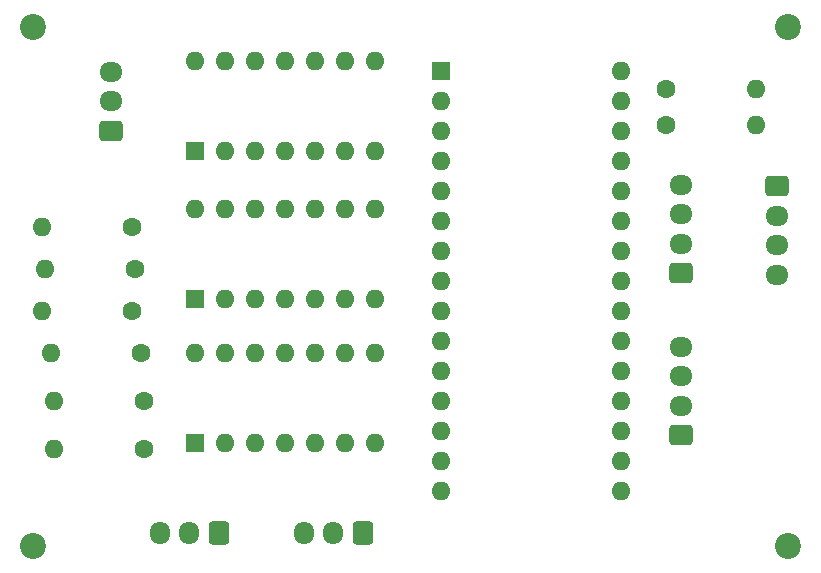
<source format=gbr>
%TF.GenerationSoftware,KiCad,Pcbnew,(7.0.0)*%
%TF.CreationDate,2023-09-03T20:08:13+02:00*%
%TF.ProjectId,newPCBv0.2,6e657750-4342-4763-902e-322e6b696361,rev?*%
%TF.SameCoordinates,Original*%
%TF.FileFunction,Soldermask,Bot*%
%TF.FilePolarity,Negative*%
%FSLAX46Y46*%
G04 Gerber Fmt 4.6, Leading zero omitted, Abs format (unit mm)*
G04 Created by KiCad (PCBNEW (7.0.0)) date 2023-09-03 20:08:13*
%MOMM*%
%LPD*%
G01*
G04 APERTURE LIST*
G04 Aperture macros list*
%AMRoundRect*
0 Rectangle with rounded corners*
0 $1 Rounding radius*
0 $2 $3 $4 $5 $6 $7 $8 $9 X,Y pos of 4 corners*
0 Add a 4 corners polygon primitive as box body*
4,1,4,$2,$3,$4,$5,$6,$7,$8,$9,$2,$3,0*
0 Add four circle primitives for the rounded corners*
1,1,$1+$1,$2,$3*
1,1,$1+$1,$4,$5*
1,1,$1+$1,$6,$7*
1,1,$1+$1,$8,$9*
0 Add four rect primitives between the rounded corners*
20,1,$1+$1,$2,$3,$4,$5,0*
20,1,$1+$1,$4,$5,$6,$7,0*
20,1,$1+$1,$6,$7,$8,$9,0*
20,1,$1+$1,$8,$9,$2,$3,0*%
G04 Aperture macros list end*
%ADD10R,1.600000X1.600000*%
%ADD11O,1.600000X1.600000*%
%ADD12RoundRect,0.250000X0.725000X-0.600000X0.725000X0.600000X-0.725000X0.600000X-0.725000X-0.600000X0*%
%ADD13O,1.950000X1.700000*%
%ADD14C,1.600000*%
%ADD15RoundRect,0.250000X-0.725000X0.600000X-0.725000X-0.600000X0.725000X-0.600000X0.725000X0.600000X0*%
%ADD16C,2.200000*%
%ADD17RoundRect,0.250000X0.600000X0.725000X-0.600000X0.725000X-0.600000X-0.725000X0.600000X-0.725000X0*%
%ADD18O,1.700000X1.950000*%
G04 APERTURE END LIST*
D10*
%TO.C,U1*%
X172719999Y-84063999D03*
D11*
X175259999Y-84063999D03*
X177799999Y-84063999D03*
X180339999Y-84063999D03*
X182879999Y-84063999D03*
X185419999Y-84063999D03*
X187959999Y-84063999D03*
X187959999Y-76443999D03*
X185419999Y-76443999D03*
X182879999Y-76443999D03*
X180339999Y-76443999D03*
X177799999Y-76443999D03*
X175259999Y-76443999D03*
X172719999Y-76443999D03*
%TD*%
D12*
%TO.C,J1*%
X213868000Y-94368000D03*
D13*
X213867999Y-91867999D03*
X213867999Y-89367999D03*
X213867999Y-86867999D03*
%TD*%
D14*
%TO.C,R3*%
X168148000Y-101092000D03*
D11*
X160527999Y-101091999D03*
%TD*%
%TO.C,R2*%
X160781999Y-105155999D03*
D14*
X168402000Y-105156000D03*
%TD*%
D12*
%TO.C,J7*%
X165608000Y-82296000D03*
D13*
X165607999Y-79795999D03*
X165607999Y-77295999D03*
%TD*%
D15*
%TO.C,J5*%
X222000000Y-87000000D03*
D13*
X221999999Y-89499999D03*
X221999999Y-91999999D03*
X221999999Y-94499999D03*
%TD*%
D14*
%TO.C,R4*%
X167386000Y-97536000D03*
D11*
X159765999Y-97535999D03*
%TD*%
D14*
%TO.C,R7*%
X212598000Y-78740000D03*
D11*
X220217999Y-78739999D03*
%TD*%
D16*
%TO.C,REF\u002A\u002A*%
X159000000Y-117500000D03*
%TD*%
D10*
%TO.C,U2*%
X172719999Y-96519999D03*
D11*
X175259999Y-96519999D03*
X177799999Y-96519999D03*
X180339999Y-96519999D03*
X182879999Y-96519999D03*
X185419999Y-96519999D03*
X187959999Y-96519999D03*
X187959999Y-88899999D03*
X185419999Y-88899999D03*
X182879999Y-88899999D03*
X180339999Y-88899999D03*
X177799999Y-88899999D03*
X175259999Y-88899999D03*
X172719999Y-88899999D03*
%TD*%
D16*
%TO.C,REF\u002A\u002A*%
X159000000Y-73500000D03*
%TD*%
D12*
%TO.C,J9*%
X213868000Y-108084000D03*
D13*
X213867999Y-105583999D03*
X213867999Y-103083999D03*
X213867999Y-100583999D03*
%TD*%
D10*
%TO.C,A1*%
X193547999Y-77215999D03*
D11*
X193547999Y-79755999D03*
X193547999Y-82295999D03*
X193547999Y-84835999D03*
X193547999Y-87375999D03*
X193547999Y-89915999D03*
X193547999Y-92455999D03*
X193547999Y-94995999D03*
X193547999Y-97535999D03*
X193547999Y-100075999D03*
X193547999Y-102615999D03*
X193547999Y-105155999D03*
X193547999Y-107695999D03*
X193547999Y-110235999D03*
X193547999Y-112775999D03*
X208787999Y-112775999D03*
X208787999Y-110235999D03*
X208787999Y-107695999D03*
X208787999Y-105155999D03*
X208787999Y-102615999D03*
X208787999Y-100075999D03*
X208787999Y-97535999D03*
X208787999Y-94995999D03*
X208787999Y-92455999D03*
X208787999Y-89915999D03*
X208787999Y-87375999D03*
X208787999Y-84835999D03*
X208787999Y-82295999D03*
X208787999Y-79755999D03*
X208787999Y-77215999D03*
%TD*%
D16*
%TO.C,REF\u002A\u002A*%
X223000000Y-117500000D03*
%TD*%
D14*
%TO.C,R6*%
X167386000Y-90424000D03*
D11*
X159765999Y-90423999D03*
%TD*%
D14*
%TO.C,R1*%
X168402000Y-109220000D03*
D11*
X160781999Y-109219999D03*
%TD*%
D14*
%TO.C,R5*%
X167640000Y-93980000D03*
D11*
X160019999Y-93979999D03*
%TD*%
D16*
%TO.C,REF\u002A\u002A*%
X223000000Y-73500000D03*
%TD*%
D10*
%TO.C,U3*%
X172719999Y-108711999D03*
D11*
X175259999Y-108711999D03*
X177799999Y-108711999D03*
X180339999Y-108711999D03*
X182879999Y-108711999D03*
X185419999Y-108711999D03*
X187959999Y-108711999D03*
X187959999Y-101091999D03*
X185419999Y-101091999D03*
X182879999Y-101091999D03*
X180339999Y-101091999D03*
X177799999Y-101091999D03*
X175259999Y-101091999D03*
X172719999Y-101091999D03*
%TD*%
D17*
%TO.C,J8*%
X186944000Y-116332000D03*
D18*
X184443999Y-116331999D03*
X181943999Y-116331999D03*
%TD*%
D14*
%TO.C,R8*%
X212598000Y-81788000D03*
D11*
X220217999Y-81787999D03*
%TD*%
D17*
%TO.C,J6*%
X174752000Y-116332000D03*
D18*
X172251999Y-116331999D03*
X169751999Y-116331999D03*
%TD*%
M02*

</source>
